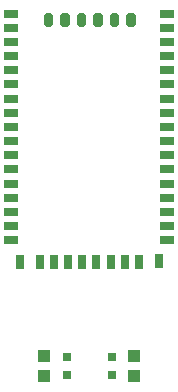
<source format=gtp>
G75*
%MOIN*%
%OFA0B0*%
%FSLAX24Y24*%
%IPPOS*%
%LPD*%
%AMOC8*
5,1,8,0,0,1.08239X$1,22.5*
%
%ADD10R,0.0315X0.0315*%
%ADD11R,0.0394X0.0433*%
%ADD12R,0.0472X0.0315*%
%ADD13R,0.0315X0.0472*%
%ADD14C,0.0236*%
D10*
X006400Y007855D03*
X006400Y008445D03*
X007900Y008445D03*
X007900Y007855D03*
D11*
X005650Y007815D03*
X005650Y008485D03*
X008650Y008485D03*
X008650Y007815D03*
D12*
X009748Y012343D03*
X009748Y012815D03*
X009748Y013288D03*
X009748Y013760D03*
X009748Y014233D03*
X009748Y014705D03*
X009748Y015178D03*
X009748Y015650D03*
X009748Y016122D03*
X009748Y016595D03*
X009748Y017067D03*
X009748Y017540D03*
X009748Y018012D03*
X009748Y018485D03*
X009748Y018957D03*
X009748Y019430D03*
X009748Y019902D03*
X004552Y019902D03*
X004552Y019430D03*
X004552Y018957D03*
X004552Y018485D03*
X004552Y018012D03*
X004552Y017540D03*
X004552Y017067D03*
X004552Y016595D03*
X004552Y016122D03*
X004552Y015650D03*
X004552Y015178D03*
X004552Y014705D03*
X004552Y014233D03*
X004552Y013760D03*
X004552Y013288D03*
X004552Y012815D03*
X004552Y012343D03*
D13*
X004827Y011634D03*
X005496Y011634D03*
X005969Y011634D03*
X006441Y011634D03*
X006914Y011634D03*
X007386Y011634D03*
X007859Y011634D03*
X008331Y011634D03*
X008804Y011634D03*
X009473Y011638D03*
D14*
X008567Y019587D02*
X008567Y019823D01*
X008567Y019587D02*
X008489Y019587D01*
X008489Y019823D01*
X008567Y019823D01*
X008567Y019822D02*
X008489Y019822D01*
X008016Y019823D02*
X008016Y019587D01*
X007938Y019587D01*
X007938Y019823D01*
X008016Y019823D01*
X008016Y019822D02*
X007938Y019822D01*
X007465Y019823D02*
X007465Y019587D01*
X007387Y019587D01*
X007387Y019823D01*
X007465Y019823D01*
X007465Y019822D02*
X007387Y019822D01*
X006913Y019823D02*
X006913Y019587D01*
X006835Y019587D01*
X006835Y019823D01*
X006913Y019823D01*
X006913Y019822D02*
X006835Y019822D01*
X006362Y019823D02*
X006362Y019587D01*
X006284Y019587D01*
X006284Y019823D01*
X006362Y019823D01*
X006362Y019822D02*
X006284Y019822D01*
X005811Y019823D02*
X005811Y019587D01*
X005733Y019587D01*
X005733Y019823D01*
X005811Y019823D01*
X005811Y019822D02*
X005733Y019822D01*
M02*

</source>
